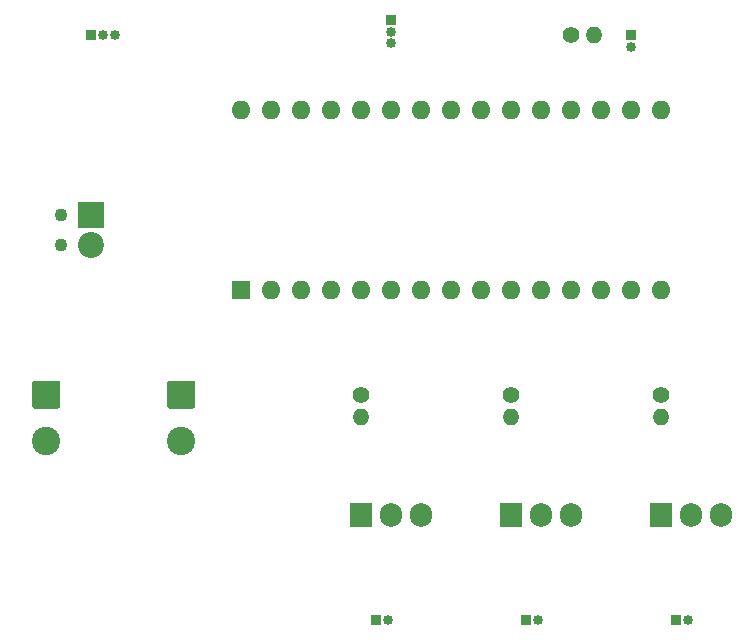
<source format=gbr>
%TF.GenerationSoftware,KiCad,Pcbnew,5.1.12-84ad8e8a86~92~ubuntu18.04.1*%
%TF.CreationDate,2021-12-05T17:17:48+11:00*%
%TF.ProjectId,aquaponics-1,61717561-706f-46e6-9963-732d312e6b69,rev?*%
%TF.SameCoordinates,Original*%
%TF.FileFunction,Soldermask,Top*%
%TF.FilePolarity,Negative*%
%FSLAX46Y46*%
G04 Gerber Fmt 4.6, Leading zero omitted, Abs format (unit mm)*
G04 Created by KiCad (PCBNEW 5.1.12-84ad8e8a86~92~ubuntu18.04.1) date 2021-12-05 17:17:48*
%MOMM*%
%LPD*%
G01*
G04 APERTURE LIST*
%ADD10O,0.850000X0.850000*%
%ADD11R,0.850000X0.850000*%
%ADD12C,2.400000*%
%ADD13R,2.200000X2.200000*%
%ADD14C,1.100000*%
%ADD15C,2.200000*%
%ADD16R,1.905000X2.000000*%
%ADD17O,1.905000X2.000000*%
%ADD18C,1.400000*%
%ADD19O,1.400000X1.400000*%
%ADD20R,1.600000X1.600000*%
%ADD21O,1.600000X1.600000*%
G04 APERTURE END LIST*
D10*
%TO.C,J4*%
X53340000Y-23590000D03*
X53340000Y-22590000D03*
D11*
X53340000Y-21590000D03*
%TD*%
D12*
%TO.C,J5*%
X24130000Y-57300000D03*
G36*
G01*
X23180000Y-52140000D02*
X25080000Y-52140000D01*
G75*
G02*
X25330000Y-52390000I0J-250000D01*
G01*
X25330000Y-54290000D01*
G75*
G02*
X25080000Y-54540000I-250000J0D01*
G01*
X23180000Y-54540000D01*
G75*
G02*
X22930000Y-54290000I0J250000D01*
G01*
X22930000Y-52390000D01*
G75*
G02*
X23180000Y-52140000I250000J0D01*
G01*
G37*
%TD*%
D10*
%TO.C,J3*%
X29940000Y-22860000D03*
X28940000Y-22860000D03*
D11*
X27940000Y-22860000D03*
%TD*%
%TO.C,J1*%
G36*
G01*
X34610000Y-52140000D02*
X36510000Y-52140000D01*
G75*
G02*
X36760000Y-52390000I0J-250000D01*
G01*
X36760000Y-54290000D01*
G75*
G02*
X36510000Y-54540000I-250000J0D01*
G01*
X34610000Y-54540000D01*
G75*
G02*
X34360000Y-54290000I0J250000D01*
G01*
X34360000Y-52390000D01*
G75*
G02*
X34610000Y-52140000I250000J0D01*
G01*
G37*
D12*
X35560000Y-57300000D03*
%TD*%
D13*
%TO.C,J2*%
X27940000Y-38100000D03*
D14*
X25400000Y-38100000D03*
D15*
X27940000Y-40640000D03*
D14*
X25400000Y-40640000D03*
%TD*%
D10*
%TO.C,M1*%
X53070000Y-72390000D03*
D11*
X52070000Y-72390000D03*
%TD*%
%TO.C,M2*%
X77470000Y-72390000D03*
D10*
X78470000Y-72390000D03*
%TD*%
%TO.C,M3*%
X65770000Y-72390000D03*
D11*
X64770000Y-72390000D03*
%TD*%
D16*
%TO.C,Q1*%
X50800000Y-63500000D03*
D17*
X53340000Y-63500000D03*
X55880000Y-63500000D03*
%TD*%
D16*
%TO.C,Q2*%
X76200000Y-63500000D03*
D17*
X78740000Y-63500000D03*
X81280000Y-63500000D03*
%TD*%
%TO.C,Q3*%
X68580000Y-63500000D03*
X66040000Y-63500000D03*
D16*
X63500000Y-63500000D03*
%TD*%
D11*
%TO.C,R1*%
X73660000Y-22860000D03*
D10*
X73660000Y-23860000D03*
%TD*%
D18*
%TO.C,R2*%
X76200000Y-53340000D03*
D19*
X76200000Y-55240000D03*
%TD*%
D18*
%TO.C,R3*%
X68580000Y-22860000D03*
D19*
X70480000Y-22860000D03*
%TD*%
%TO.C,R4*%
X50800000Y-55240000D03*
D18*
X50800000Y-53340000D03*
%TD*%
D19*
%TO.C,R5*%
X63500000Y-55240000D03*
D18*
X63500000Y-53340000D03*
%TD*%
D20*
%TO.C,U1*%
X40640000Y-44450000D03*
D21*
X73660000Y-29210000D03*
X43180000Y-44450000D03*
X71120000Y-29210000D03*
X45720000Y-44450000D03*
X68580000Y-29210000D03*
X48260000Y-44450000D03*
X66040000Y-29210000D03*
X50800000Y-44450000D03*
X63500000Y-29210000D03*
X53340000Y-44450000D03*
X60960000Y-29210000D03*
X55880000Y-44450000D03*
X58420000Y-29210000D03*
X58420000Y-44450000D03*
X55880000Y-29210000D03*
X60960000Y-44450000D03*
X53340000Y-29210000D03*
X63500000Y-44450000D03*
X50800000Y-29210000D03*
X66040000Y-44450000D03*
X48260000Y-29210000D03*
X68580000Y-44450000D03*
X45720000Y-29210000D03*
X71120000Y-44450000D03*
X43180000Y-29210000D03*
X73660000Y-44450000D03*
X40640000Y-29210000D03*
X76200000Y-44450000D03*
X76200000Y-29210000D03*
%TD*%
M02*

</source>
